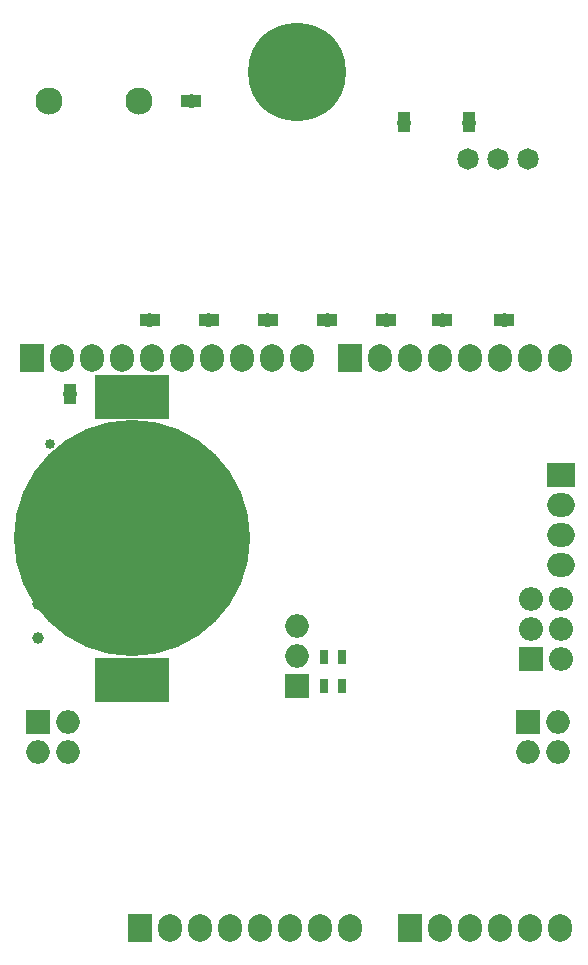
<source format=gbs>
G04 #@! TF.FileFunction,Soldermask,Bot*
%FSLAX46Y46*%
G04 Gerber Fmt 4.6, Leading zero omitted, Abs format (unit mm)*
G04 Created by KiCad (PCBNEW 4.0.7) date 09/06/18 20:26:10*
%MOMM*%
%LPD*%
G01*
G04 APERTURE LIST*
%ADD10C,0.100000*%
%ADD11C,0.150000*%
%ADD12R,2.027200X2.332000*%
%ADD13O,2.027200X2.332000*%
%ADD14R,2.027200X2.027200*%
%ADD15O,2.027200X2.027200*%
%ADD16C,2.300000*%
%ADD17C,1.000000*%
%ADD18R,6.300000X3.800000*%
%ADD19C,20.000000*%
%ADD20C,8.300000*%
%ADD21C,1.824000*%
%ADD22C,0.850000*%
%ADD23R,0.900000X1.100000*%
%ADD24R,1.100000X0.900000*%
%ADD25R,2.332000X2.027200*%
%ADD26O,2.332000X2.027200*%
%ADD27R,2.000000X2.000000*%
%ADD28O,2.000000X2.000000*%
%ADD29R,0.800000X1.200000*%
G04 APERTURE END LIST*
D10*
D11*
X62127000Y-75492000D02*
X61873000Y-75492000D01*
X61873000Y-76508000D02*
X62127000Y-76508000D01*
X61873000Y-75492000D02*
X61873000Y-76508000D01*
X62000000Y-76508000D02*
X62000000Y-75492000D01*
X62127000Y-75492000D02*
X62127000Y-76508000D01*
X67127000Y-75492000D02*
X66873000Y-75492000D01*
X66873000Y-76508000D02*
X67127000Y-76508000D01*
X66873000Y-75492000D02*
X66873000Y-76508000D01*
X67000000Y-76508000D02*
X67000000Y-75492000D01*
X67127000Y-75492000D02*
X67127000Y-76508000D01*
X72127000Y-75492000D02*
X71873000Y-75492000D01*
X71873000Y-76508000D02*
X72127000Y-76508000D01*
X71873000Y-75492000D02*
X71873000Y-76508000D01*
X72000000Y-76508000D02*
X72000000Y-75492000D01*
X72127000Y-75492000D02*
X72127000Y-76508000D01*
X77127000Y-75492000D02*
X76873000Y-75492000D01*
X76873000Y-76508000D02*
X77127000Y-76508000D01*
X76873000Y-75492000D02*
X76873000Y-76508000D01*
X77000000Y-76508000D02*
X77000000Y-75492000D01*
X77127000Y-75492000D02*
X77127000Y-76508000D01*
X82127000Y-75492000D02*
X81873000Y-75492000D01*
X81873000Y-76508000D02*
X82127000Y-76508000D01*
X81873000Y-75492000D02*
X81873000Y-76508000D01*
X82000000Y-76508000D02*
X82000000Y-75492000D01*
X82127000Y-75492000D02*
X82127000Y-76508000D01*
X86877000Y-75492000D02*
X86623000Y-75492000D01*
X86623000Y-76508000D02*
X86877000Y-76508000D01*
X86623000Y-75492000D02*
X86623000Y-76508000D01*
X86750000Y-76508000D02*
X86750000Y-75492000D01*
X86877000Y-75492000D02*
X86877000Y-76508000D01*
X92127000Y-75492000D02*
X91873000Y-75492000D01*
X91873000Y-76508000D02*
X92127000Y-76508000D01*
X91873000Y-75492000D02*
X91873000Y-76508000D01*
X92000000Y-76508000D02*
X92000000Y-75492000D01*
X92127000Y-75492000D02*
X92127000Y-76508000D01*
X65373000Y-58008000D02*
X65627000Y-58008000D01*
X65627000Y-56992000D02*
X65373000Y-56992000D01*
X65627000Y-58008000D02*
X65627000Y-56992000D01*
X65500000Y-56992000D02*
X65500000Y-58008000D01*
X65373000Y-58008000D02*
X65373000Y-56992000D01*
X54742000Y-82123000D02*
X54742000Y-82377000D01*
X55758000Y-82377000D02*
X55758000Y-82123000D01*
X54742000Y-82377000D02*
X55758000Y-82377000D01*
X55758000Y-82250000D02*
X54742000Y-82250000D01*
X54742000Y-82123000D02*
X55758000Y-82123000D01*
X82992000Y-59123000D02*
X82992000Y-59377000D01*
X84008000Y-59377000D02*
X84008000Y-59123000D01*
X82992000Y-59377000D02*
X84008000Y-59377000D01*
X84008000Y-59250000D02*
X82992000Y-59250000D01*
X82992000Y-59123000D02*
X84008000Y-59123000D01*
X88492000Y-59123000D02*
X88492000Y-59377000D01*
X89508000Y-59377000D02*
X89508000Y-59123000D01*
X88492000Y-59377000D02*
X89508000Y-59377000D01*
X89508000Y-59250000D02*
X88492000Y-59250000D01*
X88492000Y-59123000D02*
X89508000Y-59123000D01*
D12*
X61144000Y-127500000D03*
D13*
X63684000Y-127500000D03*
X66224000Y-127500000D03*
X68764000Y-127500000D03*
X71304000Y-127500000D03*
X73844000Y-127500000D03*
X76384000Y-127500000D03*
X78924000Y-127500000D03*
D12*
X84004000Y-127500000D03*
D13*
X86544000Y-127500000D03*
X89084000Y-127500000D03*
X91624000Y-127500000D03*
X94164000Y-127500000D03*
X96704000Y-127500000D03*
D12*
X52000000Y-79240000D03*
D13*
X54540000Y-79240000D03*
X57080000Y-79240000D03*
X59620000Y-79240000D03*
X62160000Y-79240000D03*
X64700000Y-79240000D03*
X67240000Y-79240000D03*
X69780000Y-79240000D03*
X72320000Y-79240000D03*
X74860000Y-79240000D03*
D12*
X78924000Y-79240000D03*
D13*
X81464000Y-79240000D03*
X84004000Y-79240000D03*
X86544000Y-79240000D03*
X89084000Y-79240000D03*
X91624000Y-79240000D03*
X94164000Y-79240000D03*
X96704000Y-79240000D03*
D14*
X94304513Y-104730013D03*
D15*
X96844513Y-104730013D03*
X94304513Y-102190013D03*
X96844513Y-102190013D03*
X94304513Y-99650013D03*
X96844513Y-99650013D03*
D16*
X61049840Y-57500000D03*
X53450160Y-57500000D03*
D17*
X52500000Y-102950000D03*
X52500000Y-100050000D03*
D18*
X60500000Y-82500000D03*
D19*
X60500000Y-94500000D03*
D18*
X60500000Y-106500000D03*
D20*
X74500000Y-55000000D03*
D17*
X77500000Y-55000000D03*
X76621320Y-57121320D03*
X74500000Y-58000000D03*
X72378680Y-57121320D03*
X71500000Y-55000000D03*
X72378680Y-52878680D03*
X74500000Y-52000000D03*
X76621320Y-52878680D03*
D21*
X88960000Y-62350000D03*
X91500000Y-62350000D03*
X94040000Y-62350000D03*
D22*
X53585000Y-86519000D03*
X53585000Y-90519000D03*
D23*
X62400000Y-76000000D03*
X61600000Y-76000000D03*
X67400000Y-76000000D03*
X66600000Y-76000000D03*
X72400000Y-76000000D03*
X71600000Y-76000000D03*
X77400000Y-76000000D03*
X76600000Y-76000000D03*
X82400000Y-76000000D03*
X81600000Y-76000000D03*
X87150000Y-76000000D03*
X86350000Y-76000000D03*
X92400000Y-76000000D03*
X91600000Y-76000000D03*
X65100000Y-57500000D03*
X65900000Y-57500000D03*
D24*
X55250000Y-81850000D03*
X55250000Y-82650000D03*
X83500000Y-58850000D03*
X83500000Y-59650000D03*
X89000000Y-58850000D03*
X89000000Y-59650000D03*
D25*
X96774000Y-89154000D03*
D26*
X96774000Y-91694000D03*
X96774000Y-94234000D03*
X96774000Y-96774000D03*
D27*
X74500000Y-107000000D03*
D28*
X74500000Y-104460000D03*
X74500000Y-101920000D03*
D27*
X52500000Y-110000000D03*
D28*
X55040000Y-110000000D03*
X52500000Y-112540000D03*
X55040000Y-112540000D03*
D27*
X94000000Y-110000000D03*
D28*
X96540000Y-110000000D03*
X94000000Y-112540000D03*
X96540000Y-112540000D03*
D29*
X76750000Y-107000000D03*
X78250000Y-107000000D03*
X76750000Y-104500000D03*
X78250000Y-104500000D03*
M02*

</source>
